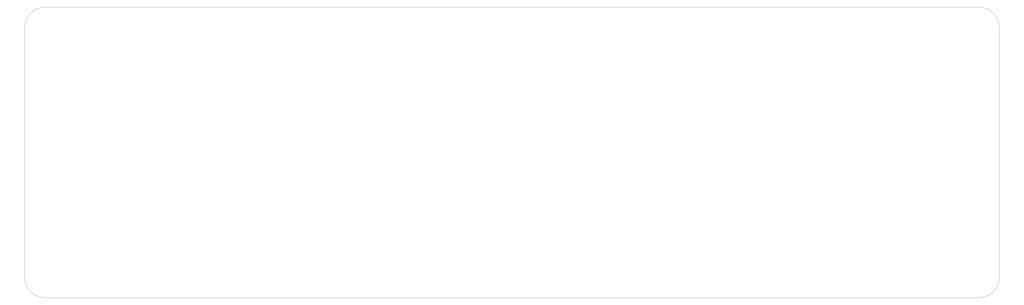
<source format=gm1>
%TF.GenerationSoftware,KiCad,Pcbnew,(5.1.8-0-10_14)*%
%TF.CreationDate,2020-12-18T20:02:30+00:00*%
%TF.ProjectId,Draytronics Jade,44726179-7472-46f6-9e69-6373204a6164,rev?*%
%TF.SameCoordinates,Original*%
%TF.FileFunction,Profile,NP*%
%FSLAX46Y46*%
G04 Gerber Fmt 4.6, Leading zero omitted, Abs format (unit mm)*
G04 Created by KiCad (PCBNEW (5.1.8-0-10_14)) date 2020-12-18 20:02:30*
%MOMM*%
%LPD*%
G01*
G04 APERTURE LIST*
%TA.AperFunction,Profile*%
%ADD10C,0.050000*%
%TD*%
G04 APERTURE END LIST*
D10*
X25400000Y-27940000D02*
G75*
G02*
X33020000Y-20320000I7620000J0D01*
G01*
X33020000Y-127000000D02*
G75*
G02*
X25400000Y-119380000I0J7620000D01*
G01*
X382797000Y-119380000D02*
G75*
G02*
X375177000Y-127000000I-7620000J0D01*
G01*
X375177000Y-20320000D02*
G75*
G02*
X382797000Y-27940000I0J-7620000D01*
G01*
X33020000Y-20320000D02*
X375177000Y-20320000D01*
X33020000Y-127000000D02*
X375177000Y-127000000D01*
X382797000Y-27940000D02*
X382797000Y-119380000D01*
X25400000Y-27940000D02*
X25400000Y-119380000D01*
M02*

</source>
